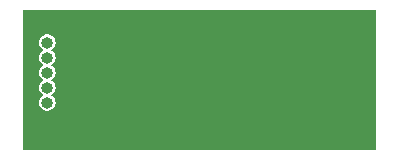
<source format=gbr>
%TF.GenerationSoftware,KiCad,Pcbnew,7.0.5-7.0.5~ubuntu22.04.1*%
%TF.CreationDate,2023-07-07T08:35:14+08:00*%
%TF.ProjectId,usb_programmer,7573625f-7072-46f6-9772-616d6d65722e,rev?*%
%TF.SameCoordinates,PX37a6d38PY343e060*%
%TF.FileFunction,Copper,L2,Bot*%
%TF.FilePolarity,Positive*%
%FSLAX46Y46*%
G04 Gerber Fmt 4.6, Leading zero omitted, Abs format (unit mm)*
G04 Created by KiCad (PCBNEW 7.0.5-7.0.5~ubuntu22.04.1) date 2023-07-07 08:35:14*
%MOMM*%
%LPD*%
G01*
G04 APERTURE LIST*
%TA.AperFunction,ComponentPad*%
%ADD10O,1.000000X1.000000*%
%TD*%
%TA.AperFunction,ComponentPad*%
%ADD11O,1.803400X0.990600*%
%TD*%
%TA.AperFunction,ComponentPad*%
%ADD12O,2.209800X0.990600*%
%TD*%
G04 APERTURE END LIST*
D10*
%TO.P,J2,1,Pin_1*%
%TO.N,RST*%
X2144248Y-2828121D03*
%TO.P,J2,2,Pin_2*%
%TO.N,BOOT*%
X2144248Y-4098121D03*
%TO.P,J2,3,Pin_3*%
%TO.N,D+*%
X2144248Y-5368121D03*
%TO.P,J2,4,Pin_4*%
%TO.N,D-*%
X2144248Y-6638121D03*
%TO.P,J2,5,Pin_5*%
%TO.N,+3V3*%
X2144248Y-7908121D03*
%TO.P,J2,6,Pin_6*%
%TO.N,GND*%
X2144248Y-9178121D03*
%TD*%
D11*
%TO.P,J1,S1,SHIELD*%
%TO.N,GND*%
X24516800Y-10320000D03*
D12*
X28516801Y-10320000D03*
D11*
X24516800Y-1680000D03*
D12*
X28516801Y-1680000D03*
%TD*%
%TA.AperFunction,Conductor*%
%TO.N,GND*%
G36*
X29935648Y-64352D02*
G01*
X29950000Y-99000D01*
X29950000Y-11901000D01*
X29935648Y-11935648D01*
X29901000Y-11950000D01*
X99000Y-11950000D01*
X64352Y-11935648D01*
X50000Y-11901000D01*
X50000Y-7908121D01*
X1438603Y-7908121D01*
X1459108Y-8076993D01*
X1459109Y-8076995D01*
X1519429Y-8236050D01*
X1519430Y-8236052D01*
X1616064Y-8376049D01*
X1616065Y-8376050D01*
X1743396Y-8488855D01*
X1894023Y-8567911D01*
X2059192Y-8608621D01*
X2229304Y-8608621D01*
X2394473Y-8567911D01*
X2545100Y-8488855D01*
X2672431Y-8376050D01*
X2769066Y-8236051D01*
X2829388Y-8076993D01*
X2849893Y-7908121D01*
X2829388Y-7739249D01*
X2769066Y-7580191D01*
X2672431Y-7440192D01*
X2545100Y-7327387D01*
X2524370Y-7316507D01*
X2500362Y-7287700D01*
X2503755Y-7250350D01*
X2524370Y-7229734D01*
X2545100Y-7218855D01*
X2672431Y-7106050D01*
X2769066Y-6966051D01*
X2829388Y-6806993D01*
X2849893Y-6638121D01*
X2829388Y-6469249D01*
X2769066Y-6310191D01*
X2672431Y-6170192D01*
X2545100Y-6057387D01*
X2524370Y-6046507D01*
X2500362Y-6017700D01*
X2503755Y-5980350D01*
X2524370Y-5959734D01*
X2545100Y-5948855D01*
X2672431Y-5836050D01*
X2769066Y-5696051D01*
X2829388Y-5536993D01*
X2849893Y-5368121D01*
X2829388Y-5199249D01*
X2769066Y-5040191D01*
X2672431Y-4900192D01*
X2545100Y-4787387D01*
X2524370Y-4776507D01*
X2500362Y-4747700D01*
X2503755Y-4710350D01*
X2524370Y-4689734D01*
X2545100Y-4678855D01*
X2672431Y-4566050D01*
X2769066Y-4426051D01*
X2829388Y-4266993D01*
X2849893Y-4098121D01*
X2829388Y-3929249D01*
X2769066Y-3770191D01*
X2672431Y-3630192D01*
X2545100Y-3517387D01*
X2524370Y-3506507D01*
X2500362Y-3477700D01*
X2503755Y-3440350D01*
X2524370Y-3419734D01*
X2545100Y-3408855D01*
X2672431Y-3296050D01*
X2769066Y-3156051D01*
X2829388Y-2996993D01*
X2849893Y-2828121D01*
X2829388Y-2659249D01*
X2769066Y-2500191D01*
X2672431Y-2360192D01*
X2545100Y-2247387D01*
X2545092Y-2247383D01*
X2545091Y-2247382D01*
X2394472Y-2168330D01*
X2229304Y-2127621D01*
X2059192Y-2127621D01*
X1894023Y-2168330D01*
X1743404Y-2247382D01*
X1743399Y-2247385D01*
X1743396Y-2247387D01*
X1743392Y-2247389D01*
X1743394Y-2247389D01*
X1616064Y-2360192D01*
X1519430Y-2500189D01*
X1519429Y-2500191D01*
X1459109Y-2659246D01*
X1459108Y-2659249D01*
X1438603Y-2828121D01*
X1459108Y-2996993D01*
X1459109Y-2996995D01*
X1519429Y-3156050D01*
X1519430Y-3156052D01*
X1616064Y-3296049D01*
X1616065Y-3296050D01*
X1743396Y-3408855D01*
X1764123Y-3419733D01*
X1788132Y-3448541D01*
X1784739Y-3485891D01*
X1764125Y-3506506D01*
X1743404Y-3517382D01*
X1743399Y-3517385D01*
X1743396Y-3517387D01*
X1743395Y-3517388D01*
X1743394Y-3517389D01*
X1616064Y-3630192D01*
X1519430Y-3770189D01*
X1519429Y-3770191D01*
X1459109Y-3929246D01*
X1459108Y-3929249D01*
X1438603Y-4098121D01*
X1459108Y-4266993D01*
X1459109Y-4266995D01*
X1519429Y-4426050D01*
X1519430Y-4426052D01*
X1616064Y-4566049D01*
X1616065Y-4566050D01*
X1743396Y-4678855D01*
X1764123Y-4689733D01*
X1788132Y-4718541D01*
X1784739Y-4755891D01*
X1764125Y-4776506D01*
X1743404Y-4787382D01*
X1743399Y-4787385D01*
X1743396Y-4787387D01*
X1743395Y-4787388D01*
X1743394Y-4787389D01*
X1616064Y-4900192D01*
X1519430Y-5040189D01*
X1519429Y-5040191D01*
X1459109Y-5199246D01*
X1459108Y-5199249D01*
X1438603Y-5368121D01*
X1459108Y-5536993D01*
X1459109Y-5536995D01*
X1519429Y-5696050D01*
X1519430Y-5696052D01*
X1616064Y-5836049D01*
X1616065Y-5836050D01*
X1743396Y-5948855D01*
X1743405Y-5948859D01*
X1743404Y-5948859D01*
X1764123Y-5959734D01*
X1788133Y-5988544D01*
X1784738Y-6025893D01*
X1764123Y-6046508D01*
X1743404Y-6057382D01*
X1743399Y-6057385D01*
X1743396Y-6057387D01*
X1743395Y-6057388D01*
X1743394Y-6057389D01*
X1616064Y-6170192D01*
X1519430Y-6310189D01*
X1519429Y-6310191D01*
X1459109Y-6469246D01*
X1459108Y-6469249D01*
X1438603Y-6638121D01*
X1459108Y-6806993D01*
X1459109Y-6806995D01*
X1519429Y-6966050D01*
X1519430Y-6966052D01*
X1616064Y-7106049D01*
X1616065Y-7106050D01*
X1743396Y-7218855D01*
X1764123Y-7229733D01*
X1788132Y-7258541D01*
X1784739Y-7295891D01*
X1764125Y-7316506D01*
X1743404Y-7327382D01*
X1743399Y-7327385D01*
X1743396Y-7327387D01*
X1743395Y-7327388D01*
X1743394Y-7327389D01*
X1616064Y-7440192D01*
X1519430Y-7580189D01*
X1519429Y-7580191D01*
X1459109Y-7739246D01*
X1459108Y-7739249D01*
X1438603Y-7908121D01*
X50000Y-7908121D01*
X50000Y-99000D01*
X64352Y-64352D01*
X99000Y-50000D01*
X29901000Y-50000D01*
X29935648Y-64352D01*
G37*
%TD.AperFunction*%
%TD*%
M02*

</source>
